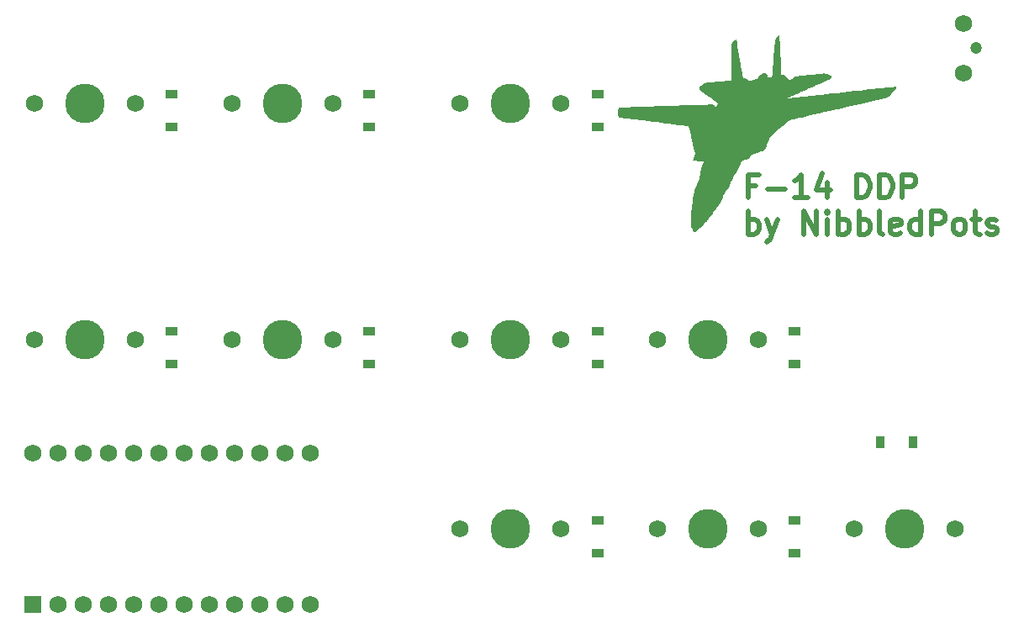
<source format=gbr>
%TF.GenerationSoftware,KiCad,Pcbnew,(6.0.4)*%
%TF.CreationDate,2022-05-06T19:17:35-04:00*%
%TF.ProjectId,F14-DDP,4631342d-4444-4502-9e6b-696361645f70,rev?*%
%TF.SameCoordinates,Original*%
%TF.FileFunction,Soldermask,Top*%
%TF.FilePolarity,Negative*%
%FSLAX46Y46*%
G04 Gerber Fmt 4.6, Leading zero omitted, Abs format (unit mm)*
G04 Created by KiCad (PCBNEW (6.0.4)) date 2022-05-06 19:17:35*
%MOMM*%
%LPD*%
G01*
G04 APERTURE LIST*
%ADD10C,0.500000*%
%ADD11R,1.200000X0.900000*%
%ADD12C,3.987800*%
%ADD13C,1.750000*%
%ADD14R,1.752600X1.752600*%
%ADD15C,1.752600*%
%ADD16R,0.900000X1.200000*%
%ADD17C,1.200000*%
G04 APERTURE END LIST*
D10*
X208808035Y-57515464D02*
X208041369Y-57515464D01*
X208041369Y-58720226D02*
X208041369Y-56420226D01*
X209136607Y-56420226D01*
X210012797Y-57844035D02*
X211765178Y-57844035D01*
X214065178Y-58720226D02*
X212750892Y-58720226D01*
X213408035Y-58720226D02*
X213408035Y-56420226D01*
X213188988Y-56748797D01*
X212969940Y-56967845D01*
X212750892Y-57077369D01*
X216036607Y-57186892D02*
X216036607Y-58720226D01*
X215488988Y-56310702D02*
X214941369Y-57953559D01*
X216365178Y-57953559D01*
X218993750Y-58720226D02*
X218993750Y-56420226D01*
X219541369Y-56420226D01*
X219869940Y-56529750D01*
X220088988Y-56748797D01*
X220198511Y-56967845D01*
X220308035Y-57405940D01*
X220308035Y-57734511D01*
X220198511Y-58172607D01*
X220088988Y-58391654D01*
X219869940Y-58610702D01*
X219541369Y-58720226D01*
X218993750Y-58720226D01*
X221293750Y-58720226D02*
X221293750Y-56420226D01*
X221841369Y-56420226D01*
X222169940Y-56529750D01*
X222388988Y-56748797D01*
X222498511Y-56967845D01*
X222608035Y-57405940D01*
X222608035Y-57734511D01*
X222498511Y-58172607D01*
X222388988Y-58391654D01*
X222169940Y-58610702D01*
X221841369Y-58720226D01*
X221293750Y-58720226D01*
X223593750Y-58720226D02*
X223593750Y-56420226D01*
X224469940Y-56420226D01*
X224688988Y-56529750D01*
X224798511Y-56639273D01*
X224908035Y-56858321D01*
X224908035Y-57186892D01*
X224798511Y-57405940D01*
X224688988Y-57515464D01*
X224469940Y-57624988D01*
X223593750Y-57624988D01*
X208041369Y-62423226D02*
X208041369Y-60123226D01*
X208041369Y-60999416D02*
X208260416Y-60889892D01*
X208698511Y-60889892D01*
X208917559Y-60999416D01*
X209027083Y-61108940D01*
X209136607Y-61327988D01*
X209136607Y-61985130D01*
X209027083Y-62204178D01*
X208917559Y-62313702D01*
X208698511Y-62423226D01*
X208260416Y-62423226D01*
X208041369Y-62313702D01*
X209903273Y-60889892D02*
X210450892Y-62423226D01*
X210998511Y-60889892D02*
X210450892Y-62423226D01*
X210231845Y-62970845D01*
X210122321Y-63080369D01*
X209903273Y-63189892D01*
X213627083Y-62423226D02*
X213627083Y-60123226D01*
X214941369Y-62423226D01*
X214941369Y-60123226D01*
X216036607Y-62423226D02*
X216036607Y-60889892D01*
X216036607Y-60123226D02*
X215927083Y-60232750D01*
X216036607Y-60342273D01*
X216146130Y-60232750D01*
X216036607Y-60123226D01*
X216036607Y-60342273D01*
X217131845Y-62423226D02*
X217131845Y-60123226D01*
X217131845Y-60999416D02*
X217350892Y-60889892D01*
X217788988Y-60889892D01*
X218008035Y-60999416D01*
X218117559Y-61108940D01*
X218227083Y-61327988D01*
X218227083Y-61985130D01*
X218117559Y-62204178D01*
X218008035Y-62313702D01*
X217788988Y-62423226D01*
X217350892Y-62423226D01*
X217131845Y-62313702D01*
X219212797Y-62423226D02*
X219212797Y-60123226D01*
X219212797Y-60999416D02*
X219431845Y-60889892D01*
X219869940Y-60889892D01*
X220088988Y-60999416D01*
X220198511Y-61108940D01*
X220308035Y-61327988D01*
X220308035Y-61985130D01*
X220198511Y-62204178D01*
X220088988Y-62313702D01*
X219869940Y-62423226D01*
X219431845Y-62423226D01*
X219212797Y-62313702D01*
X221622321Y-62423226D02*
X221403273Y-62313702D01*
X221293750Y-62094654D01*
X221293750Y-60123226D01*
X223374702Y-62313702D02*
X223155654Y-62423226D01*
X222717559Y-62423226D01*
X222498511Y-62313702D01*
X222388988Y-62094654D01*
X222388988Y-61218464D01*
X222498511Y-60999416D01*
X222717559Y-60889892D01*
X223155654Y-60889892D01*
X223374702Y-60999416D01*
X223484226Y-61218464D01*
X223484226Y-61437511D01*
X222388988Y-61656559D01*
X225455654Y-62423226D02*
X225455654Y-60123226D01*
X225455654Y-62313702D02*
X225236607Y-62423226D01*
X224798511Y-62423226D01*
X224579464Y-62313702D01*
X224469940Y-62204178D01*
X224360416Y-61985130D01*
X224360416Y-61327988D01*
X224469940Y-61108940D01*
X224579464Y-60999416D01*
X224798511Y-60889892D01*
X225236607Y-60889892D01*
X225455654Y-60999416D01*
X226550892Y-62423226D02*
X226550892Y-60123226D01*
X227427083Y-60123226D01*
X227646130Y-60232750D01*
X227755654Y-60342273D01*
X227865178Y-60561321D01*
X227865178Y-60889892D01*
X227755654Y-61108940D01*
X227646130Y-61218464D01*
X227427083Y-61327988D01*
X226550892Y-61327988D01*
X229179464Y-62423226D02*
X228960416Y-62313702D01*
X228850892Y-62204178D01*
X228741369Y-61985130D01*
X228741369Y-61327988D01*
X228850892Y-61108940D01*
X228960416Y-60999416D01*
X229179464Y-60889892D01*
X229508035Y-60889892D01*
X229727083Y-60999416D01*
X229836607Y-61108940D01*
X229946130Y-61327988D01*
X229946130Y-61985130D01*
X229836607Y-62204178D01*
X229727083Y-62313702D01*
X229508035Y-62423226D01*
X229179464Y-62423226D01*
X230603273Y-60889892D02*
X231479464Y-60889892D01*
X230931845Y-60123226D02*
X230931845Y-62094654D01*
X231041369Y-62313702D01*
X231260416Y-62423226D01*
X231479464Y-62423226D01*
X232136607Y-62313702D02*
X232355654Y-62423226D01*
X232793750Y-62423226D01*
X233012797Y-62313702D01*
X233122321Y-62094654D01*
X233122321Y-61985130D01*
X233012797Y-61766083D01*
X232793750Y-61656559D01*
X232465178Y-61656559D01*
X232246130Y-61547035D01*
X232136607Y-61327988D01*
X232136607Y-61218464D01*
X232246130Y-60999416D01*
X232465178Y-60889892D01*
X232793750Y-60889892D01*
X233012797Y-60999416D01*
%TO.C,G\u002A\u002A\u002A*%
G36*
X211188247Y-42373192D02*
G01*
X211195928Y-42388553D01*
X211203186Y-42417239D01*
X211210266Y-42462694D01*
X211217410Y-42528358D01*
X211224864Y-42617674D01*
X211232871Y-42734083D01*
X211241675Y-42881026D01*
X211251520Y-43061946D01*
X211262650Y-43280284D01*
X211275309Y-43539481D01*
X211289740Y-43842980D01*
X211300055Y-44062816D01*
X211317713Y-44442078D01*
X211333008Y-44774630D01*
X211346041Y-45063703D01*
X211356913Y-45312527D01*
X211365726Y-45524332D01*
X211372582Y-45702347D01*
X211377583Y-45849803D01*
X211380828Y-45969930D01*
X211382421Y-46065958D01*
X211382463Y-46141116D01*
X211381054Y-46198635D01*
X211378297Y-46241745D01*
X211374294Y-46273676D01*
X211370160Y-46293749D01*
X211362392Y-46333405D01*
X211372028Y-46353851D01*
X211409939Y-46361494D01*
X211486998Y-46362737D01*
X211487273Y-46362737D01*
X211625367Y-46386341D01*
X211764605Y-46451996D01*
X211896532Y-46552680D01*
X212012694Y-46681372D01*
X212104637Y-46831052D01*
X212134739Y-46900430D01*
X212144187Y-46925837D01*
X212154544Y-46942286D01*
X212172015Y-46947317D01*
X212202804Y-46938473D01*
X212253117Y-46913296D01*
X212329158Y-46869327D01*
X212437132Y-46804109D01*
X212547481Y-46736925D01*
X212822752Y-46569466D01*
X214236644Y-46400627D01*
X214497180Y-46369386D01*
X214742736Y-46339689D01*
X214968832Y-46312096D01*
X215170991Y-46287164D01*
X215344732Y-46265454D01*
X215485579Y-46247523D01*
X215589051Y-46233929D01*
X215650672Y-46225233D01*
X215666736Y-46222254D01*
X215707440Y-46218603D01*
X215783435Y-46228109D01*
X215882613Y-46247880D01*
X215992865Y-46275023D01*
X216102082Y-46306646D01*
X216198154Y-46339856D01*
X216248471Y-46361233D01*
X216352468Y-46418192D01*
X216413244Y-46474142D01*
X216436407Y-46539035D01*
X216427569Y-46622824D01*
X216417285Y-46660694D01*
X216373328Y-46757291D01*
X216303073Y-46823281D01*
X216195784Y-46869261D01*
X216155385Y-46884660D01*
X216074819Y-46918056D01*
X215957965Y-46967733D01*
X215808705Y-47031973D01*
X215630917Y-47109060D01*
X215428482Y-47197277D01*
X215205280Y-47294906D01*
X214965191Y-47400231D01*
X214712094Y-47511536D01*
X214449869Y-47627102D01*
X214182397Y-47745215D01*
X213913558Y-47864155D01*
X213647231Y-47982208D01*
X213387296Y-48097655D01*
X213137633Y-48208781D01*
X212902123Y-48313868D01*
X212684645Y-48411199D01*
X212489079Y-48499058D01*
X212319305Y-48575727D01*
X212179203Y-48639490D01*
X212072653Y-48688630D01*
X212003535Y-48721430D01*
X211975729Y-48736173D01*
X211975386Y-48736757D01*
X211975734Y-48738579D01*
X211974580Y-48740422D01*
X211973836Y-48742083D01*
X211975415Y-48743357D01*
X211981231Y-48744039D01*
X211993196Y-48743926D01*
X212013225Y-48742812D01*
X212043230Y-48740494D01*
X212085124Y-48736766D01*
X212140821Y-48731425D01*
X212212234Y-48724265D01*
X212301276Y-48715083D01*
X212409860Y-48703675D01*
X212539900Y-48689835D01*
X212693308Y-48673359D01*
X212871999Y-48654043D01*
X213077884Y-48631683D01*
X213312879Y-48606073D01*
X213578894Y-48577010D01*
X213877845Y-48544290D01*
X214211643Y-48507707D01*
X214582203Y-48467057D01*
X214991437Y-48422136D01*
X215441259Y-48372740D01*
X215933582Y-48318663D01*
X216470319Y-48259702D01*
X217053383Y-48195652D01*
X217547534Y-48141374D01*
X218178746Y-48072098D01*
X218761915Y-48008216D01*
X219298733Y-47949552D01*
X219790897Y-47895931D01*
X220240098Y-47847179D01*
X220648033Y-47803119D01*
X221016394Y-47763576D01*
X221346876Y-47728376D01*
X221641173Y-47697343D01*
X221900979Y-47670301D01*
X222127988Y-47647076D01*
X222323894Y-47627492D01*
X222490392Y-47611375D01*
X222629175Y-47598548D01*
X222741937Y-47588836D01*
X222830374Y-47582065D01*
X222896177Y-47578059D01*
X222941043Y-47576643D01*
X222966665Y-47577642D01*
X222974417Y-47580027D01*
X222990852Y-47631272D01*
X222970656Y-47704664D01*
X222912591Y-47803687D01*
X222877389Y-47852720D01*
X222838955Y-47902691D01*
X222796142Y-47954756D01*
X222743822Y-48014511D01*
X222676864Y-48087551D01*
X222590140Y-48179473D01*
X222478520Y-48295873D01*
X222338078Y-48441105D01*
X222184160Y-48572143D01*
X222010226Y-48673013D01*
X221830792Y-48735778D01*
X221781570Y-48745439D01*
X221747325Y-48752557D01*
X221666706Y-48770267D01*
X221542130Y-48798022D01*
X221376013Y-48835274D01*
X221170773Y-48881475D01*
X220928827Y-48936078D01*
X220652592Y-48998534D01*
X220344485Y-49068297D01*
X220006923Y-49144818D01*
X219642322Y-49227551D01*
X219253101Y-49315946D01*
X218841675Y-49409458D01*
X218410463Y-49507537D01*
X217961880Y-49609637D01*
X217498345Y-49715210D01*
X217022273Y-49823708D01*
X216969155Y-49835818D01*
X216324258Y-49982997D01*
X215727775Y-50119437D01*
X215179264Y-50245241D01*
X214678282Y-50360513D01*
X214224386Y-50465357D01*
X213817132Y-50559877D01*
X213456078Y-50644177D01*
X213140781Y-50718362D01*
X212870797Y-50782534D01*
X212645683Y-50836799D01*
X212464997Y-50881259D01*
X212328296Y-50916020D01*
X212235135Y-50941185D01*
X212185073Y-50956857D01*
X212176939Y-50960540D01*
X212142388Y-50986980D01*
X212074481Y-51043146D01*
X211977266Y-51125545D01*
X211854793Y-51230687D01*
X211711113Y-51355078D01*
X211550275Y-51495226D01*
X211376328Y-51647639D01*
X211197149Y-51805447D01*
X210297260Y-52600000D01*
X210129529Y-53025000D01*
X210044770Y-53237883D01*
X209974301Y-53409722D01*
X209915154Y-53546405D01*
X209864364Y-53653822D01*
X209818965Y-53737863D01*
X209775990Y-53804416D01*
X209732474Y-53859372D01*
X209685451Y-53908620D01*
X209683638Y-53910378D01*
X209644302Y-53946927D01*
X209605062Y-53978031D01*
X209559193Y-54006666D01*
X209499968Y-54035813D01*
X209420661Y-54068448D01*
X209314545Y-54107551D01*
X209174894Y-54156100D01*
X208994982Y-54217073D01*
X208978342Y-54222680D01*
X208391543Y-54420360D01*
X208247093Y-54628930D01*
X208183675Y-54716496D01*
X208128098Y-54785951D01*
X208087742Y-54828463D01*
X208072845Y-54837475D01*
X208037989Y-54843833D01*
X207965862Y-54861118D01*
X207867343Y-54886612D01*
X207764672Y-54914450D01*
X207486296Y-54991450D01*
X207346900Y-55222827D01*
X207277246Y-55345502D01*
X207207938Y-55479445D01*
X207149866Y-55603167D01*
X207129381Y-55652102D01*
X207085283Y-55756729D01*
X207039257Y-55854573D01*
X206999978Y-55927398D01*
X206993601Y-55937500D01*
X206950449Y-56007148D01*
X206897117Y-56098882D01*
X206854891Y-56175000D01*
X206740454Y-56386776D01*
X206647469Y-56558840D01*
X206573617Y-56695479D01*
X206516579Y-56800981D01*
X206474035Y-56879634D01*
X206443667Y-56935727D01*
X206423155Y-56973546D01*
X206410180Y-56997381D01*
X206405215Y-57006451D01*
X206373725Y-57068829D01*
X206328896Y-57163966D01*
X206276741Y-57278511D01*
X206223269Y-57399111D01*
X206174491Y-57512414D01*
X206141595Y-57592049D01*
X206097654Y-57681911D01*
X206030609Y-57795210D01*
X205949613Y-57917157D01*
X205888239Y-58001428D01*
X205771402Y-58160477D01*
X205683586Y-58293832D01*
X205619074Y-58411798D01*
X205572147Y-58524676D01*
X205541132Y-58626934D01*
X205507792Y-58735188D01*
X205464500Y-58851405D01*
X205442689Y-58902216D01*
X205400184Y-58983909D01*
X205336574Y-59092453D01*
X205258341Y-59218087D01*
X205171968Y-59351049D01*
X205083936Y-59481577D01*
X205000726Y-59599910D01*
X204928820Y-59696285D01*
X204874701Y-59760940D01*
X204867851Y-59767961D01*
X204819920Y-59824076D01*
X204756570Y-59910263D01*
X204687264Y-60013211D01*
X204640651Y-60087500D01*
X204485502Y-60330504D01*
X204335537Y-60538396D01*
X204190143Y-60714290D01*
X204127345Y-60788166D01*
X204048642Y-60884703D01*
X203968122Y-60986533D01*
X203944085Y-61017645D01*
X203880309Y-61096307D01*
X203797511Y-61191910D01*
X203701752Y-61298147D01*
X203599095Y-61408709D01*
X203495600Y-61517290D01*
X203397329Y-61617580D01*
X203310344Y-61703273D01*
X203240705Y-61768061D01*
X203194475Y-61805636D01*
X203180272Y-61812500D01*
X203151443Y-61829243D01*
X203096948Y-61874307D01*
X203025778Y-61939939D01*
X202977283Y-61987500D01*
X202881162Y-62078845D01*
X202805844Y-62135118D01*
X202741089Y-62160468D01*
X202676656Y-62159042D01*
X202607737Y-62137197D01*
X202563039Y-62098947D01*
X202510498Y-62022510D01*
X202454919Y-61918078D01*
X202401108Y-61795840D01*
X202353871Y-61665988D01*
X202318013Y-61538713D01*
X202311483Y-61508949D01*
X202295603Y-61421901D01*
X202285018Y-61335642D01*
X202279312Y-61239495D01*
X202278070Y-61122787D01*
X202280877Y-60974842D01*
X202285371Y-60837500D01*
X202295116Y-60602963D01*
X202306835Y-60404128D01*
X202322188Y-60226697D01*
X202342834Y-60056373D01*
X202370430Y-59878858D01*
X202406637Y-59679855D01*
X202438546Y-59517345D01*
X202472322Y-59342687D01*
X202495382Y-59206875D01*
X202508892Y-59100182D01*
X202514020Y-59012882D01*
X202511931Y-58935251D01*
X202510518Y-58917345D01*
X202507138Y-58786417D01*
X202522984Y-58654071D01*
X202546069Y-58550000D01*
X202576709Y-58427893D01*
X202609133Y-58298473D01*
X202636422Y-58189354D01*
X202636885Y-58187500D01*
X202691884Y-57986457D01*
X202754709Y-57788912D01*
X202820815Y-57607708D01*
X202885655Y-57455689D01*
X202920044Y-57387500D01*
X203024113Y-57188898D01*
X203101060Y-57021089D01*
X203153966Y-56874994D01*
X203185911Y-56741537D01*
X203199977Y-56611640D01*
X203201286Y-56558891D01*
X203209071Y-56448974D01*
X203230035Y-56303346D01*
X203261590Y-56133749D01*
X203301148Y-55951925D01*
X203346120Y-55769617D01*
X203393917Y-55598567D01*
X203441951Y-55450518D01*
X203451247Y-55425000D01*
X203491958Y-55314845D01*
X203525900Y-55221333D01*
X203549395Y-55154713D01*
X203558673Y-55125729D01*
X203536345Y-55116114D01*
X203470151Y-55103658D01*
X203366142Y-55089178D01*
X203230368Y-55073491D01*
X203068879Y-55057413D01*
X203019353Y-55052906D01*
X202834339Y-55036115D01*
X202694036Y-55021879D01*
X202593291Y-55008454D01*
X202526951Y-54994093D01*
X202489864Y-54977051D01*
X202476876Y-54955581D01*
X202482834Y-54927937D01*
X202502587Y-54892374D01*
X202510135Y-54880370D01*
X202532742Y-54834561D01*
X202566534Y-54753849D01*
X202606492Y-54650640D01*
X202638369Y-54563457D01*
X202679685Y-54443796D01*
X202704503Y-54359889D01*
X202714919Y-54301071D01*
X202713026Y-54256673D01*
X202704626Y-54225957D01*
X202694046Y-54187425D01*
X202673654Y-54104959D01*
X202644582Y-53983416D01*
X202607962Y-53827652D01*
X202564927Y-53642524D01*
X202516609Y-53432887D01*
X202464139Y-53203598D01*
X202408652Y-52959513D01*
X202386719Y-52862597D01*
X202331013Y-52616745D01*
X202278455Y-52385933D01*
X202230096Y-52174699D01*
X202186988Y-51987584D01*
X202150182Y-51829126D01*
X202120730Y-51703865D01*
X202099683Y-51616340D01*
X202088093Y-51571090D01*
X202086271Y-51565753D01*
X202080851Y-51563381D01*
X202067125Y-51560094D01*
X202042853Y-51555595D01*
X202005793Y-51549589D01*
X201953706Y-51541780D01*
X201884351Y-51531873D01*
X201795487Y-51519572D01*
X201684874Y-51504582D01*
X201550272Y-51486607D01*
X201389439Y-51465351D01*
X201200136Y-51440520D01*
X200980122Y-51411817D01*
X200727156Y-51378947D01*
X200438997Y-51341614D01*
X200113407Y-51299523D01*
X199748143Y-51252379D01*
X199340965Y-51199886D01*
X198889633Y-51141747D01*
X198391907Y-51077669D01*
X198152637Y-51046873D01*
X195068926Y-50650009D01*
X195003657Y-50530206D01*
X194975925Y-50476884D01*
X194958116Y-50430622D01*
X194948844Y-50379402D01*
X194946722Y-50311207D01*
X194950364Y-50214018D01*
X194955943Y-50116568D01*
X194965506Y-49992798D01*
X194978079Y-49880787D01*
X194991936Y-49793837D01*
X195003716Y-49748866D01*
X195033934Y-49675000D01*
X199736718Y-49511894D01*
X200310356Y-49492027D01*
X200836111Y-49473891D01*
X201316118Y-49457429D01*
X201752511Y-49442585D01*
X202147425Y-49429304D01*
X202502993Y-49417529D01*
X202821351Y-49407206D01*
X203104633Y-49398276D01*
X203354973Y-49390686D01*
X203574506Y-49384379D01*
X203765366Y-49379299D01*
X203929688Y-49375390D01*
X204069606Y-49372596D01*
X204187255Y-49370862D01*
X204284768Y-49370131D01*
X204364282Y-49370348D01*
X204427929Y-49371456D01*
X204477845Y-49373400D01*
X204516163Y-49376124D01*
X204545019Y-49379572D01*
X204566547Y-49383688D01*
X204572583Y-49385231D01*
X204705665Y-49421674D01*
X204697706Y-49516347D01*
X204698454Y-49577926D01*
X204710244Y-49612608D01*
X204714772Y-49615017D01*
X204743312Y-49598121D01*
X204789203Y-49549498D01*
X204844327Y-49480463D01*
X204900570Y-49402331D01*
X204949815Y-49326420D01*
X204983947Y-49264043D01*
X204994849Y-49226518D01*
X204994497Y-49225000D01*
X204973219Y-49205533D01*
X204915500Y-49159881D01*
X204825470Y-49091131D01*
X204707262Y-49002372D01*
X204565006Y-48896694D01*
X204402836Y-48777186D01*
X204224882Y-48646936D01*
X204089323Y-48548254D01*
X203863917Y-48384284D01*
X203675884Y-48246495D01*
X203521985Y-48131848D01*
X203398982Y-48037302D01*
X203303635Y-47959815D01*
X203232707Y-47896348D01*
X203182959Y-47843859D01*
X203151151Y-47799309D01*
X203134046Y-47759656D01*
X203128405Y-47721860D01*
X203130988Y-47682880D01*
X203135971Y-47653183D01*
X203157089Y-47591831D01*
X203201889Y-47531601D01*
X203279689Y-47460397D01*
X203292832Y-47449607D01*
X203400632Y-47371734D01*
X203526053Y-47296512D01*
X203656921Y-47229778D01*
X203781063Y-47177364D01*
X203886305Y-47145105D01*
X203943773Y-47137635D01*
X203990095Y-47135745D01*
X204078383Y-47130325D01*
X204202608Y-47121849D01*
X204356744Y-47110791D01*
X204534765Y-47097625D01*
X204730642Y-47082825D01*
X204938348Y-47066865D01*
X205151858Y-47050218D01*
X205365142Y-47033359D01*
X205572175Y-47016762D01*
X205766930Y-47000900D01*
X205943378Y-46986248D01*
X206095493Y-46973279D01*
X206217248Y-46962468D01*
X206302615Y-46954288D01*
X206345568Y-46949214D01*
X206348928Y-46948501D01*
X206355307Y-46938315D01*
X206360794Y-46910122D01*
X206365435Y-46860899D01*
X206369280Y-46787620D01*
X206372374Y-46687263D01*
X206374766Y-46556804D01*
X206376504Y-46393219D01*
X206377634Y-46193485D01*
X206378204Y-45954577D01*
X206378262Y-45673473D01*
X206377856Y-45347149D01*
X206377426Y-45135894D01*
X206373345Y-43333715D01*
X206455808Y-43171410D01*
X206553371Y-43018209D01*
X206673316Y-42885802D01*
X206761873Y-42810289D01*
X206827799Y-42769825D01*
X206874265Y-42767061D01*
X206904444Y-42804649D01*
X206921506Y-42885241D01*
X206928625Y-43011488D01*
X206929452Y-43099933D01*
X206930120Y-43160218D01*
X206932589Y-43221553D01*
X206937553Y-43288172D01*
X206945708Y-43364307D01*
X206957748Y-43454190D01*
X206974369Y-43562053D01*
X206996265Y-43692130D01*
X207024132Y-43848653D01*
X207058665Y-44035855D01*
X207100558Y-44257967D01*
X207150508Y-44519223D01*
X207209207Y-44823854D01*
X207231402Y-44938683D01*
X207293850Y-45261714D01*
X207347408Y-45539276D01*
X207392710Y-45774987D01*
X207430386Y-45972465D01*
X207461070Y-46135327D01*
X207485394Y-46267191D01*
X207503989Y-46371676D01*
X207517487Y-46452399D01*
X207526521Y-46512978D01*
X207531723Y-46557030D01*
X207533724Y-46588174D01*
X207533158Y-46610028D01*
X207530655Y-46626210D01*
X207528009Y-46636379D01*
X207535365Y-46660758D01*
X207579149Y-46678213D01*
X207646137Y-46689561D01*
X207789103Y-46726975D01*
X207943014Y-46799593D01*
X208092801Y-46899900D01*
X208131685Y-46931698D01*
X208200793Y-46983687D01*
X208245579Y-46999026D01*
X208262674Y-46992452D01*
X208314462Y-46962445D01*
X208400726Y-46924632D01*
X208507521Y-46883865D01*
X208620906Y-46844997D01*
X208726935Y-46812878D01*
X208811667Y-46792363D01*
X208851643Y-46787500D01*
X208897843Y-46785369D01*
X208933680Y-46773700D01*
X208968137Y-46744576D01*
X209010199Y-46690083D01*
X209068849Y-46602304D01*
X209078354Y-46587738D01*
X209151659Y-46481661D01*
X209209166Y-46414276D01*
X209256744Y-46379202D01*
X209276461Y-46372263D01*
X209350786Y-46345979D01*
X209406890Y-46316711D01*
X209543084Y-46239443D01*
X209655406Y-46197594D01*
X209734622Y-46187499D01*
X209796869Y-46194834D01*
X209852380Y-46222889D01*
X209917912Y-46280738D01*
X209930824Y-46293750D01*
X209989668Y-46357355D01*
X210019807Y-46406182D01*
X210029381Y-46459292D01*
X210027546Y-46520221D01*
X210019994Y-46640443D01*
X210237662Y-46645221D01*
X210455330Y-46650000D01*
X210471058Y-46500000D01*
X210475765Y-46449981D01*
X210484214Y-46354619D01*
X210496021Y-46218401D01*
X210510807Y-46045812D01*
X210528192Y-45841342D01*
X210547793Y-45609475D01*
X210569231Y-45354699D01*
X210592124Y-45081501D01*
X210616092Y-44794367D01*
X210630187Y-44625000D01*
X210773589Y-42900000D01*
X210868362Y-42720158D01*
X210938832Y-42599914D01*
X211012357Y-42497576D01*
X211082551Y-42420365D01*
X211143031Y-42375505D01*
X211179899Y-42367717D01*
X211188247Y-42373192D01*
G37*
%TD*%
D11*
%TO.C,D4*%
X150018750Y-75468750D03*
X150018750Y-72168750D03*
%TD*%
%TO.C,D7*%
X212725000Y-75468750D03*
X212725000Y-72168750D03*
%TD*%
D12*
%TO.C,MX3*%
X184150000Y-49212500D03*
D13*
X179070000Y-49212500D03*
X189230000Y-49212500D03*
%TD*%
%TO.C,MX7*%
X209073750Y-73025000D03*
D12*
X203993750Y-73025000D03*
D13*
X198913750Y-73025000D03*
%TD*%
%TO.C,MX5*%
X166211250Y-73025000D03*
X156051250Y-73025000D03*
D12*
X161131250Y-73025000D03*
%TD*%
D13*
%TO.C,MX2*%
X166211250Y-49212500D03*
D12*
X161131250Y-49212500D03*
D13*
X156051250Y-49212500D03*
%TD*%
D12*
%TO.C,MX4*%
X141287500Y-73025000D03*
D13*
X136207500Y-73025000D03*
X146367500Y-73025000D03*
%TD*%
%TO.C,MX6*%
X179070000Y-73025000D03*
X189230000Y-73025000D03*
D12*
X184150000Y-73025000D03*
%TD*%
D11*
%TO.C,D8*%
X192881250Y-94518750D03*
X192881250Y-91218750D03*
%TD*%
%TO.C,D9*%
X212725000Y-94518750D03*
X212725000Y-91218750D03*
%TD*%
%TO.C,D5*%
X169862500Y-75468750D03*
X169862500Y-72168750D03*
%TD*%
%TO.C,D6*%
X192881250Y-75468750D03*
X192881250Y-72168750D03*
%TD*%
D12*
%TO.C,MX9*%
X203993750Y-92075000D03*
D13*
X209073750Y-92075000D03*
X198913750Y-92075000D03*
%TD*%
%TO.C,MX8*%
X189230000Y-92075000D03*
X179070000Y-92075000D03*
D12*
X184150000Y-92075000D03*
%TD*%
D11*
%TO.C,D1*%
X150018750Y-51656250D03*
X150018750Y-48356250D03*
%TD*%
D14*
%TO.C,U1*%
X136048750Y-99695000D03*
D15*
X138588750Y-99695000D03*
X141128750Y-99695000D03*
X143668750Y-99695000D03*
X146208750Y-99695000D03*
X148748750Y-99695000D03*
X151288750Y-99695000D03*
X153828750Y-99695000D03*
X156368750Y-99695000D03*
X158908750Y-99695000D03*
X161448750Y-99695000D03*
X163988750Y-99695000D03*
X163988750Y-84455000D03*
X161448750Y-84455000D03*
X158908750Y-84455000D03*
X156368750Y-84455000D03*
X153828750Y-84455000D03*
X151288750Y-84455000D03*
X148748750Y-84455000D03*
X146208750Y-84455000D03*
X143668750Y-84455000D03*
X141128750Y-84455000D03*
X138588750Y-84455000D03*
X136048750Y-84455000D03*
%TD*%
D11*
%TO.C,D3*%
X192881250Y-51656250D03*
X192881250Y-48356250D03*
%TD*%
D12*
%TO.C,MX10*%
X223837500Y-92075000D03*
D13*
X228917500Y-92075000D03*
X218757500Y-92075000D03*
%TD*%
D11*
%TO.C,D2*%
X169862500Y-51656250D03*
X169862500Y-48356250D03*
%TD*%
D12*
%TO.C,MX1*%
X141287500Y-49212500D03*
D13*
X136207500Y-49212500D03*
X146367500Y-49212500D03*
%TD*%
D16*
%TO.C,D10*%
X221393750Y-83343750D03*
X224693750Y-83343750D03*
%TD*%
D17*
%TO.C,SW1*%
X230978750Y-43681250D03*
D13*
X229768750Y-46181250D03*
X229768750Y-41181250D03*
%TD*%
M02*

</source>
